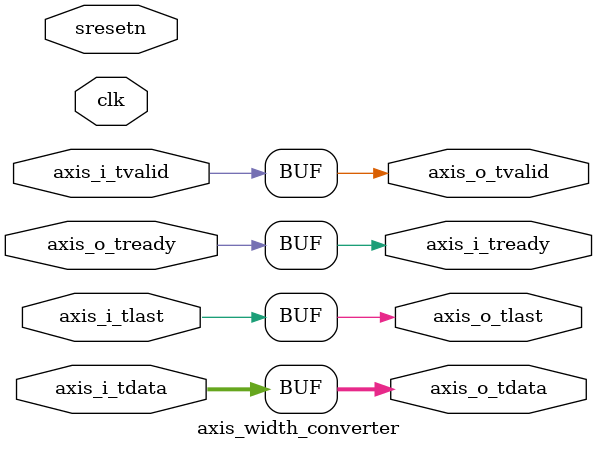
<source format=sv>

module axis_width_converter
#(
	parameter AXIS_I_BYTES = 1,
	parameter AXIS_O_BYTES = 1,
	parameter MSB_FIRST = 0
) (
	input clk,
	input sresetn,

	// Input
	output                       axis_i_tready,
	input                        axis_i_tvalid,
	input                        axis_i_tlast,
	input [(AXIS_I_BYTES*8)-1:0] axis_i_tdata,

	// Output
	input                         axis_o_tready,
	output                        axis_o_tvalid,
	output                        axis_o_tlast,
	output [(AXIS_O_BYTES*8)-1:0] axis_o_tdata
);
	generate
		if (AXIS_I_BYTES == AXIS_O_BYTES) begin
			// Simple pass through
			assign axis_i_tready = axis_o_tready;
			assign axis_o_tvalid = axis_i_tvalid;
			assign axis_o_tlast = axis_i_tlast;
			assign axis_o_tdata = axis_i_tdata;
		end else begin
			//assert property (@(posedge clk) AXIS_I_BYTES >= AXIS_O_BYTES);
			//assert property (@(posedge clk) AXIS_I_BYTES % AXIS_O_BYTES == 0);

			localparam integer AXIS_W_BYTES = AXIS_I_BYTES > AXIS_O_BYTES? AXIS_I_BYTES : AXIS_O_BYTES;
			localparam integer AXIS_N_BYTES = AXIS_I_BYTES > AXIS_O_BYTES? AXIS_O_BYTES : AXIS_I_BYTES;

			localparam integer CTR_MAX = (AXIS_W_BYTES / AXIS_N_BYTES);

			localparam integer CTR_WIDTH = CTR_MAX == 1? 1 : $clog2(CTR_MAX);
		/* verilator lint_off WIDTH */
			localparam CTR_HIGH = CTR_MAX-1;


			reg [1:0] state;
			localparam CAPTURE = 2'b00;
			localparam OUTPUT = 2'b01;

			reg [CTR_WIDTH-1:0] ctr;

			reg axis_i_tlast_latch;
			reg [(AXIS_W_BYTES*8)-1:0] axis_i_tdata_latch;

			assign axis_i_tready = (state == CAPTURE);
			assign axis_o_tvalid = (state == OUTPUT);
			assign axis_o_tlast = (ctr == CTR_HIGH) && axis_i_tlast_latch;


			if (AXIS_I_BYTES > AXIS_O_BYTES) begin
				// Unpacker
				if (MSB_FIRST) begin
					assign axis_o_tdata = axis_i_tdata_latch[((CTR_HIGH-ctr)+1)*(AXIS_O_BYTES*8)-1 -: (AXIS_O_BYTES*8)];
				end else begin
					assign axis_o_tdata = axis_i_tdata_latch[(ctr+1)*(AXIS_O_BYTES*8)-1 -: (AXIS_O_BYTES*8)];
				end

				always @(posedge clk)
				begin
					if (sresetn == 0)
					begin
						state <= CAPTURE;
					end else begin
						case(state)
							CAPTURE: begin
								if (axis_i_tvalid) begin
									state <= OUTPUT;
									ctr <= 0;
									axis_i_tdata_latch <= axis_i_tdata;
									axis_i_tlast_latch <= axis_i_tlast;
								end
							end
							OUTPUT: begin
								if (axis_o_tready) begin
									ctr <= ctr + 1;
									if(ctr == CTR_HIGH) begin
										state <= CAPTURE;
										axis_i_tlast_latch <= 0;
									end
								end
							end
						default : state <= CAPTURE;
						endcase;
					end
				end
			end else begin
				// Packer
				assign axis_o_tdata = axis_i_tdata_latch;

				always @(posedge clk)
				begin
					if (sresetn == 0)
					begin
						state <= CAPTURE;
						ctr <= 0;
						axis_i_tdata_latch <= 0;
					end else begin
						case(state)
							CAPTURE: begin
								if (axis_i_tvalid) begin
									if (ctr == CTR_HIGH) begin
										state <= OUTPUT;
									end else begin
										ctr <= ctr + 1;
									end
									if (MSB_FIRST) begin
										axis_i_tdata_latch[((CTR_HIGH-ctr)+1)*(AXIS_I_BYTES*8)-1 -: (AXIS_I_BYTES*8)] <= axis_i_tdata;
									end else begin
										axis_i_tdata_latch[(ctr+1)*(AXIS_I_BYTES*8)-1 -: (AXIS_I_BYTES*8)] <= axis_i_tdata;
									end
									// The special case is if we get tlast early
									// If this is the case, we go to output anyway, the upper bits will be zeroes
									// We need to set the counter to CTR_HIGH in order to make axis_o_tlast work correctly
									if (axis_i_tlast) begin
										axis_i_tlast_latch <= 1;
										ctr <= CTR_HIGH;
										state <= OUTPUT;
									end
								end
							end
							OUTPUT: begin
								if (axis_o_tready) begin
									ctr <= 0;
									state <= CAPTURE;
									axis_i_tdata_latch <= 0;
									axis_i_tlast_latch <= 0;
								end
							end
						default : state <= CAPTURE;
						endcase;
					end
				end
			end
		end
	endgenerate
endmodule
	/* verilator lint_on WIDTH */

</source>
